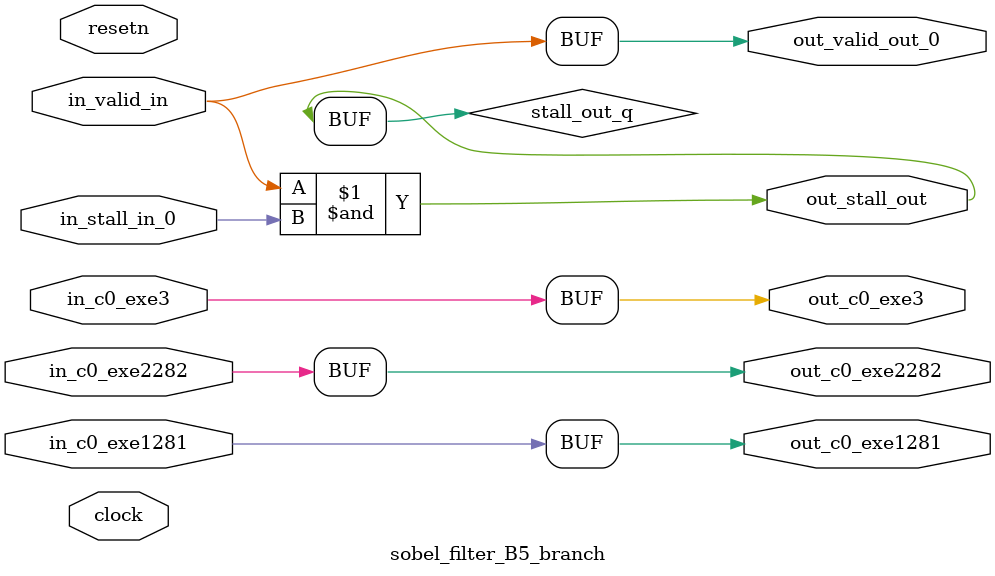
<source format=sv>



(* altera_attribute = "-name AUTO_SHIFT_REGISTER_RECOGNITION OFF; -name MESSAGE_DISABLE 10036; -name MESSAGE_DISABLE 10037; -name MESSAGE_DISABLE 14130; -name MESSAGE_DISABLE 14320; -name MESSAGE_DISABLE 15400; -name MESSAGE_DISABLE 14130; -name MESSAGE_DISABLE 10036; -name MESSAGE_DISABLE 12020; -name MESSAGE_DISABLE 12030; -name MESSAGE_DISABLE 12010; -name MESSAGE_DISABLE 12110; -name MESSAGE_DISABLE 14320; -name MESSAGE_DISABLE 13410; -name MESSAGE_DISABLE 113007; -name MESSAGE_DISABLE 10958" *)
module sobel_filter_B5_branch (
    input wire [0:0] in_c0_exe1281,
    input wire [0:0] in_c0_exe2282,
    input wire [0:0] in_c0_exe3,
    input wire [0:0] in_stall_in_0,
    input wire [0:0] in_valid_in,
    output wire [0:0] out_c0_exe1281,
    output wire [0:0] out_c0_exe2282,
    output wire [0:0] out_c0_exe3,
    output wire [0:0] out_stall_out,
    output wire [0:0] out_valid_out_0,
    input wire clock,
    input wire resetn
    );

    wire [0:0] stall_out_q;


    // out_c0_exe1281(GPOUT,7)
    assign out_c0_exe1281 = in_c0_exe1281;

    // out_c0_exe2282(GPOUT,8)
    assign out_c0_exe2282 = in_c0_exe2282;

    // out_c0_exe3(GPOUT,9)
    assign out_c0_exe3 = in_c0_exe3;

    // stall_out(LOGICAL,12)
    assign stall_out_q = in_valid_in & in_stall_in_0;

    // out_stall_out(GPOUT,10)
    assign out_stall_out = stall_out_q;

    // out_valid_out_0(GPOUT,11)
    assign out_valid_out_0 = in_valid_in;

endmodule

</source>
